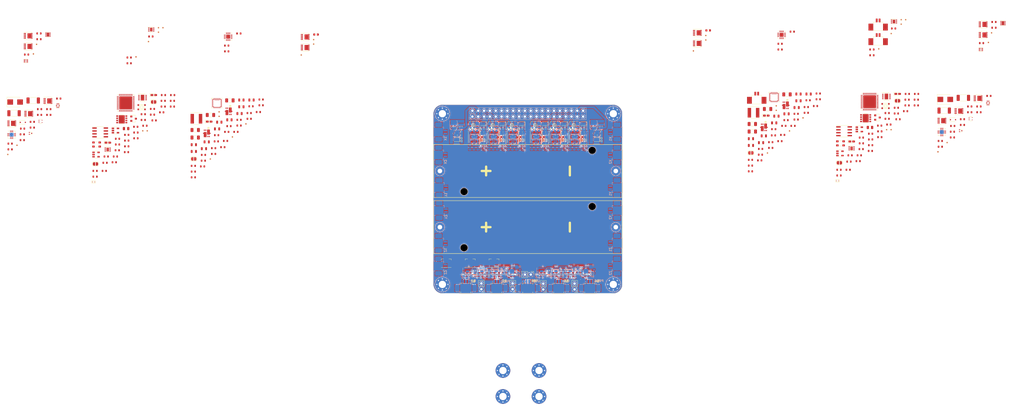
<source format=kicad_pcb>
(kicad_pcb (version 20210623) (generator pcbnew)

  (general
    (thickness 1)
  )

  (paper "A4")
  (title_block
    (title "BUTCube - EPS")
    (date "2021-08-20")
    (rev "v1.0")
    (company "VUT - FIT(STRaDe) & FME(IAE & IPE)")
    (comment 1 "Author: Petr Malaník")
  )

  (layers
    (0 "F.Cu" signal)
    (1 "In1.Cu" power)
    (2 "In2.Cu" mixed)
    (31 "B.Cu" signal)
    (32 "B.Adhes" user "B.Adhesive")
    (33 "F.Adhes" user "F.Adhesive")
    (34 "B.Paste" user)
    (35 "F.Paste" user)
    (36 "B.SilkS" user "B.Silkscreen")
    (37 "F.SilkS" user "F.Silkscreen")
    (38 "B.Mask" user)
    (39 "F.Mask" user)
    (40 "Dwgs.User" user "User.Drawings")
    (41 "Cmts.User" user "User.Comments")
    (42 "Eco1.User" user "User.Eco1")
    (43 "Eco2.User" user "User.Eco2")
    (44 "Edge.Cuts" user)
    (45 "Margin" user)
    (46 "B.CrtYd" user "B.Courtyard")
    (47 "F.CrtYd" user "F.Courtyard")
    (48 "B.Fab" user)
    (49 "F.Fab" user)
    (50 "User.1" user)
    (51 "User.2" user)
    (52 "User.3" user)
    (53 "User.4" user)
    (54 "User.5" user)
    (55 "User.6" user)
    (56 "User.7" user)
    (57 "User.8" user)
    (58 "User.9" user)
  )

  (setup
    (stackup
      (layer "F.SilkS" (type "Top Silk Screen"))
      (layer "F.Paste" (type "Top Solder Paste"))
      (layer "F.Mask" (type "Top Solder Mask") (color "Green") (thickness 0.01))
      (layer "F.Cu" (type "copper") (thickness 0.035))
      (layer "dielectric 1" (type "core") (thickness 0.28) (material "FR4") (epsilon_r 4.5) (loss_tangent 0.02))
      (layer "In1.Cu" (type "copper") (thickness 0.035))
      (layer "dielectric 2" (type "prepreg") (thickness 0.28) (material "FR4") (epsilon_r 4.5) (loss_tangent 0.02))
      (layer "In2.Cu" (type "copper") (thickness 0.035))
      (layer "dielectric 3" (type "core") (thickness 0.28) (material "FR4") (epsilon_r 4.5) (loss_tangent 0.02))
      (layer "B.Cu" (type "copper") (thickness 0.035))
      (layer "B.Mask" (type "Bottom Solder Mask") (color "Green") (thickness 0.01))
      (layer "B.Paste" (type "Bottom Solder Paste"))
      (layer "B.SilkS" (type "Bottom Silk Screen"))
      (copper_finish "Immersion gold")
      (dielectric_constraints no)
    )
    (pad_to_mask_clearance 0)
    (pcbplotparams
      (layerselection 0x00010fc_ffffffff)
      (disableapertmacros false)
      (usegerberextensions false)
      (usegerberattributes true)
      (usegerberadvancedattributes true)
      (creategerberjobfile true)
      (svguseinch false)
      (svgprecision 6)
      (excludeedgelayer true)
      (plotframeref false)
      (viasonmask false)
      (mode 1)
      (useauxorigin false)
      (hpglpennumber 1)
      (hpglpenspeed 20)
      (hpglpendiameter 15.000000)
      (dxfpolygonmode true)
      (dxfimperialunits true)
      (dxfusepcbnewfont true)
      (psnegative false)
      (psa4output false)
      (plotreference true)
      (plotvalue true)
      (plotinvisibletext false)
      (sketchpadsonfab false)
      (subtractmaskfromsilk false)
      (outputformat 1)
      (mirror false)
      (drillshape 1)
      (scaleselection 1)
      (outputdirectory "")
    )
  )

  (net 0 "")
  (net 1 "Net-(C1-Pad1)")
  (net 2 "VBUS")
  (net 3 "/Unit #1/MCU/MCU_POWER")
  (net 4 "/Unit #1/Battery charger/BAT")
  (net 5 "/Unit #1/Battery charger/SOLAR_IN")
  (net 6 "/USB power/USB_POWER")
  (net 7 "Net-(C6-Pad1)")
  (net 8 "Net-(C6-Pad2)")
  (net 9 "Net-(C7-Pad1)")
  (net 10 "GND")
  (net 11 "Net-(C7-Pad2)")
  (net 12 "Net-(C8-Pad1)")
  (net 13 "/Unit #1/Battery charger/PMID")
  (net 14 "/Unit #1/Battery charger/SYS")
  (net 15 "/Unit #1/Battery charger/REGN")
  (net 16 "/Unit #1/Activation control/PWR_OUT")
  (net 17 "Net-(C29-Pad1)")
  (net 18 "/Unit #1/MCU/OUT_CUR")
  (net 19 "Net-(C32-Pad1)")
  (net 20 "/Unit #1/MCU/VREF")
  (net 21 "Net-(C47-Pad1)")
  (net 22 "/Unit #2/MCU/MCU_POWER")
  (net 23 "/Unit #2/Battery charger/SOLAR_IN")
  (net 24 "Net-(C52-Pad1)")
  (net 25 "Net-(C52-Pad2)")
  (net 26 "Net-(C53-Pad1)")
  (net 27 "Net-(C53-Pad2)")
  (net 28 "Net-(C54-Pad1)")
  (net 29 "/Unit #2/Battery charger/PMID")
  (net 30 "/Unit #2/Battery charger/SYS")
  (net 31 "/Unit #2/Battery charger/REGN")
  (net 32 "/Unit #2/Activation control/PWR_OUT")
  (net 33 "Net-(C75-Pad1)")
  (net 34 "/Unit #2/MCU/OUT_CUR")
  (net 35 "Net-(C78-Pad1)")
  (net 36 "/Unit #2/MCU/VREF")
  (net 37 "Net-(C93-Pad1)")
  (net 38 "Net-(C94-Pad1)")
  (net 39 "/Unit #1/Output control/PWR_OUT")
  (net 40 "Net-(C96-Pad1)")
  (net 41 "Net-(C97-Pad1)")
  (net 42 "/Unit #2/Output control/PWR_OUT")
  (net 43 "Net-(C101-Pad1)")
  (net 44 "Net-(C102-Pad1)")
  (net 45 "Net-(C106-Pad1)")
  (net 46 "Net-(C107-Pad1)")
  (net 47 "Net-(C111-Pad1)")
  (net 48 "Net-(C112-Pad1)")
  (net 49 "Net-(C116-Pad1)")
  (net 50 "Net-(C117-Pad1)")
  (net 51 "Net-(C121-Pad1)")
  (net 52 "Net-(C122-Pad1)")
  (net 53 "/Unit #1/ADC/VBAT_CUR")
  (net 54 "/Unit #2/ADC/VBAT_CUR")
  (net 55 "Net-(C129-Pad1)")
  (net 56 "Net-(C130-Pad1)")
  (net 57 "Net-(C131-Pad1)")
  (net 58 "Net-(C132-Pad1)")
  (net 59 "Net-(C133-Pad1)")
  (net 60 "/Unit #2/Activation control/Activation logic/PWR_IN")
  (net 61 "Net-(C138-Pad1)")
  (net 62 "Net-(C139-Pad1)")
  (net 63 "Net-(C140-Pad1)")
  (net 64 "Net-(C141-Pad1)")
  (net 65 "Net-(C142-Pad1)")
  (net 66 "/Unit #1/Activation control/Activation logic/PWR_IN")
  (net 67 "Net-(D2-Pad2)")
  (net 68 "/Stack connector/CAN_L")
  (net 69 "/Stack connector/CAN_H")
  (net 70 "/Unit #1/ADC/1V8_CUR")
  (net 71 "/Unit #2/ADC/1V8_CUR")
  (net 72 "/Unit #1/ADC/3V3_CUR")
  (net 73 "/Unit #2/ADC/3V3_CUR")
  (net 74 "/Unit #1/ADC/5V_CUR")
  (net 75 "/Unit #2/ADC/5V_CUR")
  (net 76 "/Unit #1/Activation control/PWR_IN")
  (net 77 "/Unit #1/MCU/POWER")
  (net 78 "Net-(F3-Pad2)")
  (net 79 "/Unit #2/Activation control/PWR_IN")
  (net 80 "/Unit #2/MCU/POWER")
  (net 81 "Net-(F6-Pad2)")
  (net 82 "Net-(F7-Pad1)")
  (net 83 "/Unit #1/1V8")
  (net 84 "Net-(F8-Pad1)")
  (net 85 "/Unit #2/1V8")
  (net 86 "Net-(F9-Pad1)")
  (net 87 "/Unit #1/3V3")
  (net 88 "Net-(F10-Pad1)")
  (net 89 "/Unit #2/3V3")
  (net 90 "Net-(F11-Pad1)")
  (net 91 "/Unit #1/5V")
  (net 92 "Net-(F12-Pad1)")
  (net 93 "/Unit #2/5V")
  (net 94 "Net-(F13-Pad1)")
  (net 95 "/Unit #1/VBAT")
  (net 96 "Net-(F14-Pad1)")
  (net 97 "/Unit #2/VBAT")
  (net 98 "Net-(J7-Pad1)")
  (net 99 "/Unit #1/MCU/DBG_TX")
  (net 100 "/Unit #1/MCU/DBG_RX")
  (net 101 "/Unit #1/MCU/SWCLK")
  (net 102 "/Unit #1/MCU/SWDIO")
  (net 103 "/Unit #1/Battery temperature control/NTC_OUT")
  (net 104 "Net-(J11-Pad1)")
  (net 105 "/Stack connector/EPS#1_CHARGE")
  (net 106 "/Stack connector/RS_485_~{B}")
  (net 107 "/Stack connector/RS_485_A")
  (net 108 "/Stack connector/EPS#2_CHARGE")
  (net 109 "Net-(J19-Pad1)")
  (net 110 "/Unit #2/MCU/DBG_TX")
  (net 111 "/Unit #2/MCU/DBG_RX")
  (net 112 "/Unit #2/MCU/SWCLK")
  (net 113 "/Unit #2/MCU/SWDIO")
  (net 114 "/Unit #2/Battery temperature control/NTC_OUT")
  (net 115 "Net-(J23-Pad1)")
  (net 116 "/Activation switches/RBF_PIN")
  (net 117 "/Activation switches/SW_#1")
  (net 118 "/Activation switches/SW_#2")
  (net 119 "/Activation switches/SW_#3")
  (net 120 "/Activation switches/SW_#4")
  (net 121 "Net-(JP1-Pad2)")
  (net 122 "Net-(JP2-Pad1)")
  (net 123 "/Unit #1/MCU/NRST")
  (net 124 "Net-(JP3-Pad1)")
  (net 125 "Net-(JP3-Pad2)")
  (net 126 "Net-(JP4-Pad2)")
  (net 127 "Net-(JP5-Pad1)")
  (net 128 "/Unit #2/MCU/NRST")
  (net 129 "Net-(JP6-Pad1)")
  (net 130 "Net-(JP6-Pad2)")
  (net 131 "Net-(L3-Pad1)")
  (net 132 "Net-(L3-Pad2)")
  (net 133 "Net-(L4-Pad1)")
  (net 134 "Net-(L4-Pad2)")
  (net 135 "Net-(L5-Pad1)")
  (net 136 "Net-(L5-Pad2)")
  (net 137 "Net-(L6-Pad1)")
  (net 138 "Net-(L6-Pad2)")
  (net 139 "Net-(L7-Pad1)")
  (net 140 "Net-(L7-Pad2)")
  (net 141 "Net-(L8-Pad1)")
  (net 142 "Net-(L8-Pad2)")
  (net 143 "Net-(Q1-PadG1)")
  (net 144 "Net-(Q1-PadS1)")
  (net 145 "Net-(Q2-PadG1)")
  (net 146 "Net-(Q2-PadS1)")
  (net 147 "/Unit #1/Activation control/Activation logic/SEP_EN")
  (net 148 "Net-(Q3-Pad5)")
  (net 149 "/Unit #1/Activation control/Activation logic/RBF_EN")
  (net 150 "Net-(Q5-Pad1)")
  (net 151 "Net-(Q5-Pad3)")
  (net 152 "Net-(Q7-Pad1)")
  (net 153 "Net-(Q7-Pad4)")
  (net 154 "Net-(Q7-Pad5)")
  (net 155 "Net-(Q9-PadG1)")
  (net 156 "Net-(Q9-PadS1)")
  (net 157 "Net-(Q10-PadG1)")
  (net 158 "Net-(Q10-PadS1)")
  (net 159 "/Unit #2/Activation control/Activation logic/SEP_EN")
  (net 160 "Net-(Q11-Pad5)")
  (net 161 "/Unit #2/Activation control/Activation logic/RBF_EN")
  (net 162 "Net-(Q13-Pad1)")
  (net 163 "Net-(Q13-Pad3)")
  (net 164 "Net-(Q15-Pad1)")
  (net 165 "Net-(Q15-Pad4)")
  (net 166 "Net-(Q15-Pad5)")
  (net 167 "Net-(Q17-Pad4)")
  (net 168 "Net-(Q17-Pad5)")
  (net 169 "Net-(Q18-Pad1)")
  (net 170 "Net-(Q18-Pad4)")
  (net 171 "Net-(Q19-Pad4)")
  (net 172 "Net-(Q19-Pad5)")
  (net 173 "Net-(Q20-Pad1)")
  (net 174 "Net-(Q20-Pad4)")
  (net 175 "/Unit #1/Power supplies/Power_supply_1V8/PER_POWER")
  (net 176 "/Unit #1/MCU/1V8_EN")
  (net 177 "/Unit #2/Power supplies/Power_supply_1V8/PER_POWER")
  (net 178 "/Unit #2/MCU/1V8_EN")
  (net 179 "/Unit #1/MCU/3V3_EN")
  (net 180 "/Unit #2/MCU/3V3_EN")
  (net 181 "/Unit #1/Power supplies/Power_supply_5V/PER_POWER")
  (net 182 "/Unit #1/MCU/5V_EN")
  (net 183 "/Unit #2/Power supplies/Power_supply_5V/PER_POWER")
  (net 184 "/Unit #2/MCU/5V_EN")
  (net 185 "Net-(Q27-Pad1)")
  (net 186 "/Unit #1/MCU/VBAT_EN")
  (net 187 "Net-(Q28-Pad1)")
  (net 188 "/Unit #2/MCU/VBAT_EN")
  (net 189 "/Unit #1/Battery charger/D+")
  (net 190 "/Unit #1/Battery charger/D-")
  (net 191 "Net-(R5-Pad2)")
  (net 192 "Net-(R6-Pad2)")
  (net 193 "Net-(R7-Pad1)")
  (net 194 "Net-(R8-Pad2)")
  (net 195 "Net-(D1-Pad2)")
  (net 196 "Net-(R11-Pad1)")
  (net 197 "Net-(R16-Pad2)")
  (net 198 "Net-(R17-Pad2)")
  (net 199 "Net-(R18-Pad2)")
  (net 200 "Net-(R21-Pad2)")
  (net 201 "Net-(R22-Pad1)")
  (net 202 "Net-(R24-Pad2)")
  (net 203 "/Unit #1/MCU/VBAT")
  (net 204 "/Unit #1/MCU/VDDUSB")
  (net 205 "Net-(R30-Pad1)")
  (net 206 "/Unit #1/MCU/CAN_RS")
  (net 207 "/Unit #1/MCU/RS_485_R_EN")
  (net 208 "/Unit #1/MCU/RS_485_T_EN")
  (net 209 "/Unit #1/Battery temperature control/EN")
  (net 210 "/Unit #1/Battery temperature control/NTC_REF")
  (net 211 "/Unit #2/Battery charger/D+")
  (net 212 "/Unit #2/Battery charger/D-")
  (net 213 "Net-(R47-Pad2)")
  (net 214 "Net-(R57-Pad2)")
  (net 215 "/Unit #2/MCU/VBAT")
  (net 216 "/Unit #2/MCU/VDDUSB")
  (net 217 "/Unit #2/MCU/CAN_RS")
  (net 218 "/Unit #2/MCU/RS_485_R_EN")
  (net 219 "/Unit #2/MCU/RS_485_T_EN")
  (net 220 "/Unit #2/Battery temperature control/EN")
  (net 221 "/Unit #2/Battery temperature control/NTC_REF")
  (net 222 "Net-(R82-Pad1)")
  (net 223 "Net-(R91-Pad2)")
  (net 224 "Net-(R98-Pad2)")
  (net 225 "Net-(R105-Pad2)")
  (net 226 "Net-(R112-Pad2)")
  (net 227 "Net-(R119-Pad2)")
  (net 228 "/Unit #1/Battery temperature control/~{FAULT}")
  (net 229 "/Unit #2/Battery temperature control/~{FAULT}")
  (net 230 "Net-(TP61-Pad1)")
  (net 231 "Net-(TP62-Pad1)")
  (net 232 "Net-(TP63-Pad1)")
  (net 233 "Net-(TP64-Pad1)")
  (net 234 "Net-(TP67-Pad1)")
  (net 235 "Net-(TP69-Pad1)")
  (net 236 "Net-(TP70-Pad1)")
  (net 237 "Net-(TP71-Pad1)")
  (net 238 "Net-(TP72-Pad1)")
  (net 239 "Net-(TP75-Pad1)")
  (net 240 "/Unit #1/ADC/~{CS}")
  (net 241 "/Unit #1/MCU/SPI_MISO")
  (net 242 "/Unit #1/MCU/SPI_SCK")
  (net 243 "/Unit #1/MCU/SPI_MOSI")
  (net 244 "Net-(D1-Pad1)")
  (net 245 "/Unit #1/Battery charger/SCL")
  (net 246 "/Unit #1/Battery charger/SDA")
  (net 247 "/Unit #1/Battery charger/~{INT}")
  (net 248 "/Unit #1/MCU/WDG_RESET")
  (net 249 "/Unit #1/MCU/FRAM_CS")
  (net 250 "/Unit #1/MCU/LSE")
  (net 251 "/Unit #1/MCU/HSE")
  (net 252 "/Unit #1/Battery charger/BAT_ALERT")
  (net 253 "/Unit #1/MCU/RS_485_R")
  (net 254 "/Unit #1/MCU/RS_485_T")
  (net 255 "/Unit #1/MCU/CAN_RX")
  (net 256 "/Unit #1/MCU/CAN_TX")
  (net 257 "/Unit #2/ADC/~{CS}")
  (net 258 "/Unit #2/MCU/SPI_MISO")
  (net 259 "/Unit #2/MCU/SPI_SCK")
  (net 260 "/Unit #2/MCU/SPI_MOSI")
  (net 261 "Net-(D5-Pad1)")
  (net 262 "/Unit #2/Battery charger/SCL")
  (net 263 "/Unit #2/Battery charger/SDA")
  (net 264 "/Unit #2/Battery charger/~{INT}")
  (net 265 "/Unit #2/MCU/WDG_RESET")
  (net 266 "/Unit #2/MCU/FRAM_CS")
  (net 267 "/Unit #2/MCU/LSE")
  (net 268 "/Unit #2/MCU/HSE")
  (net 269 "/Unit #2/Battery charger/BAT_ALERT")
  (net 270 "/Unit #2/MCU/RS_485_R")
  (net 271 "/Unit #2/MCU/RS_485_T")
  (net 272 "/Unit #2/MCU/CAN_RX")
  (net 273 "/Unit #2/MCU/CAN_TX")
  (net 274 "Net-(U52-Pad6)")
  (net 275 "Net-(U53-Pad8)")
  (net 276 "Net-(U54-Pad12)")
  (net 277 "Net-(U48-Pad6)")
  (net 278 "Net-(U48-Pad8)")
  (net 279 "Net-(U48-Pad12)")
  (net 280 "Net-(U49-Pad10)")
  (net 281 "Net-(U49-Pad8)")
  (net 282 "Net-(U49-Pad12)")
  (net 283 "Net-(U50-Pad12)")
  (net 284 "Net-(U52-Pad8)")
  (net 285 "Net-(U52-Pad12)")
  (net 286 "Net-(U53-Pad10)")
  (net 287 "Net-(U53-Pad12)")
  (net 288 "Net-(D4-Pad1)")
  (net 289 "Net-(D7-Pad1)")
  (net 290 "Net-(D7-Pad2)")
  (net 291 "Net-(D8-Pad2)")
  (net 292 "Net-(D10-Pad1)")
  (net 293 "Net-(D11-Pad1)")
  (net 294 "/Unit #1/MCU/LED1")
  (net 295 "/Unit #1/MCU/LED2")
  (net 296 "Net-(R41-Pad1)")
  (net 297 "Net-(R46-Pad2)")
  (net 298 "Net-(R48-Pad1)")
  (net 299 "Net-(R49-Pad2)")
  (net 300 "Net-(R52-Pad1)")
  (net 301 "Net-(R58-Pad2)")
  (net 302 "Net-(R59-Pad2)")
  (net 303 "Net-(R62-Pad2)")
  (net 304 "Net-(R63-Pad1)")
  (net 305 "Net-(R65-Pad2)")
  (net 306 "Net-(R71-Pad1)")
  (net 307 "/Unit #2/MCU/LED1")
  (net 308 "/Unit #2/MCU/LED2")
  (net 309 "Net-(R84-Pad1)")
  (net 310 "Net-(R86-Pad1)")
  (net 311 "Net-(R88-Pad2)")
  (net 312 "Net-(R89-Pad1)")
  (net 313 "Net-(R95-Pad2)")
  (net 314 "Net-(R96-Pad1)")
  (net 315 "Net-(R102-Pad2)")
  (net 316 "Net-(R103-Pad1)")
  (net 317 "Net-(R109-Pad2)")
  (net 318 "Net-(R110-Pad1)")
  (net 319 "Net-(R116-Pad2)")
  (net 320 "Net-(R117-Pad1)")
  (net 321 "Net-(R123-Pad2)")
  (net 322 "Net-(R124-Pad1)")
  (net 323 "Net-(R126-Pad2)")
  (net 324 "Net-(R132-Pad2)")
  (net 325 "Net-(R137-Pad2)")
  (net 326 "/Unit #2/Battery charger/BAT")
  (net 327 "/Unit #1/Battery charger/BAT+")
  (net 328 "/Unit #2/Battery charger/BAT+")

  (footprint "LED_SMD:LED_0603_1608Metric_Castellated" (layer "F.Cu") (at -36.765 39.865))

  (footprint "TCY_passives:C_0603_1608Metric" (layer "F.Cu") (at -6.69 62.6))

  (footprint "Package_SO:Vishay_PowerPAK_1212-8_Single" (layer "F.Cu") (at -82.91 42.45))

  (footprint "TCY_passives:C_0603_1608Metric" (layer "F.Cu") (at 252.82 41.71))

  (footprint "TCY_passives:R_0603_1608Metric" (layer "F.Cu") (at 227.69 63.37))

  (footprint "Package_SO:SOIC-8_3.9x4.9mm_P1.27mm" (layer "F.Cu") (at -60.125 56.165))

  (footprint "TCY_passives:R_0603_1608Metric" (layer "F.Cu") (at -78.2 41.4))

  (footprint "TCY_passives:R_0603_1608Metric" (layer "F.Cu") (at 322.84 44.855))

  (footprint "TCY_passives:C_0603_1608Metric" (layer "F.Cu") (at -37.335 48.425))

  (footprint "Diode_SMD:D_SOD-323F" (layer "F.Cu") (at 95.1 59.325 180))

  (footprint "TCY_passives:C_0603_1608Metric" (layer "F.Cu") (at 261.855 74.97))

  (footprint "TCY_connectors:TestPoint_Pad_D0.5mm" (layer "F.Cu") (at 308.99 60.605))

  (footprint "TCY_IC:VQFN-HR_29(34)_4x4mm_P0.4mm" (layer "F.Cu") (at 233.555 40.775))

  (footprint "LED_SMD:LED_0603_1608Metric_Castellated" (layer "F.Cu") (at -56.785 60.635))

  (footprint "TCY_passives:R_0603_1608Metric" (layer "F.Cu") (at 93.1 53.725 90))

  (footprint "Package_TO_SOT_SMD:SOT-23-5" (layer "F.Cu") (at 262.275 65.33))

  (footprint "TCY_passives:R_0603_1608Metric" (layer "F.Cu") (at 276.2 19.99))

  (footprint "TCY_passives:R_0603_1608Metric" (layer "F.Cu") (at 311.3 58.375))

  (footprint "MountingHole:MountingHole_3.2mm_M3_Pad_Via" (layer "F.Cu") (at 89 122.5))

  (footprint "TCY_passives:R_0603_1608Metric" (layer "F.Cu") (at 107.05 58.2))

  (footprint "TCY_passives:C_0603_1608Metric" (layer "F.Cu") (at -15.51 71.01))

  (footprint "TCY_passives:R_0603_1608Metric" (layer "F.Cu") (at -93.96 54.51))

  (footprint "TCY_connectors:TestPoint_Pad_D0.5mm" (layer "F.Cu") (at 158.4 59.9))

  (footprint "TCY_connectors:Amphenol_10114830-11102LF_1x02_P1.25mm_Horizontal" (layer "F.Cu") (at 99.25 122))

  (footprint "TCY_passives:C_0603_1608Metric" (layer "F.Cu") (at -36.615 50.935))

  (footprint "Package_SO:Vishay_PowerPAK_1212-8_Single" (layer "F.Cu") (at 314.12 46.845))

  (footprint "TCY_passives:R_0603_1608Metric" (layer "F.Cu") (at 113.7 118.2 -90))

  (footprint "TCY_passives:C_0603_1608Metric" (layer "F.Cu") (at 306.01 62.415))

  (footprint "TCY_passives:R_0603_1608Metric" (layer "F.Cu") (at 276.2 22.5))

  (footprint "TCY_passives:R_0603_1608Metric" (layer "F.Cu") (at 151.187255 118.138244 -90))

  (footprint "TCY_passives:R_0603_1608Metric" (layer "F.Cu") (at 266.705 66.18))

  (footprint "TCY_passives:R_0603_1608Metric" (layer "F.Cu") (at -57.995 69.415))

  (footprint "TCY_connectors:TestPoint_Pad_D0.5mm" (layer "F.Cu") (at -44.52 23.21))

  (footprint "TCY_connectors:TestPoint_Pad_D0.5mm" (layer "F.Cu") (at -12.13 67.78))

  (footprint "TCY_passives:R_0603_1608Metric" (layer "F.Cu") (at -48.565 57.235))

  (footprint "TCY_passives:R_0603_1608Metric" (layer "F.Cu") (at 295.555 41.88))

  (footprint "TCY_passives:R_0603_1608Metric" (layer "F.Cu") (at 223.28 70.65))

  (footprint "Connector_PinHeader_2.54mm:PinHeader_1x02_P2.54mm_Vertical" (layer "F.Cu") (at 146.6 124.675 180))

  (footprint "TCY_passives:C_0603_1608Metric" (layer "F.Cu") (at 287.585 50.43))

  (footprint "TCY_passives:R_0603_1608Metric" (layer "F.Cu") (at 248.41 42.15))

  (footprint "TCY_passives:R_0603_1608Metric" (layer "F.Cu") (at -38.05 14.32))

  (footprint "TCY_passives:R_0603_1608Metric" (layer "F.Cu") (at -86.81 12.98))

  (footprint "TCY_passives:R_0603_1608Metric" (layer "F.Cu") (at 290.875 46.9))

  (footprint "TCY_passives:R_0603_1608Metric" (layer "F.Cu") (at 115.45 55.4))

  (footprint "TCY_passives:R_0603_1608Metric" (layer "F.Cu") (at 150.8 54 180))

  (footprint "TCY_connectors:TestPoint_Pad_D0.5mm" (layer "F.Cu") (at -39.08 16.55))

  (footprint "TCY_connectors:TestPoint_Pad_D0.5mm" (layer "F.Cu") (at -8.29 47.2))

  (footprint "TCY_passives:C_0805_2012Metric" (layer "F.Cu") (at 233.61 52.02))

  (footprint "TCY_passives:R_0603_1608Metric" (layer "F.Cu") (at -10.7 63.04))

  (footprint "TCY_passives:R_0603_1608Metric" (layer "F.Cu") (at 237.31 57.26))

  (footprint "TCY_passives:R_0603_1608Metric" (layer "F.Cu") (at 131.987255 118.138244 90))

  (footprint "TCY_passives:C_0603_1608Metric" (layer "F.Cu") (at 282.855 50.23))

  (footprint "TCY_passives:R_0603_1608Metric" (layer "F.Cu") (at 271.625 60.94))

  (footprint "TCY_connectors:TestPoint_Pad_D0.5mm" (layer "F.Cu") (at -39.625 55.475))

  (footprint "TCY_passives:C_0603_1608Metric" (layer "F.Cu") (at -48.665 64.765))

  (footprint "TCY_passives:R_0603_1608Metric" (layer "F.Cu") (at -44.555 56.225))

  (footprint "Package_DFN_QFN:DFN-10-1EP_3x3mm_P0.5mm_EP1.55x2.48mm" (layer "F.Cu") (at -41.685 40.995))

  (footprint "TCY_passives:C_0603_1608Metric" (layer "F.Cu") (at 223.28 73.16))

  (footprint "TCY_connectors:TestPoint_Pad_D0.5mm" (layer "F.Cu") (at 290.92 6.99))

  (footprint "Package_SO:Vishay_PowerPAK_1212-8_Single" (layer "F.Cu")
    (tedit 5BD96A8E) (tstamp 2bcd73cd-2660-4d8f-ad9c-4d025257526c)
    (at 200.13 17.32)
    (descr "PowerPAK 1212-8 Single (https://www.vishay.com/docs/71656/ppak12128.pdf, https://www.vishay.com/docs/72597/72597.pdf)")
    (tags "Vishay PowerPAK 1212-8 Single")
    (property "Sheetfile" "Activation_control.kicad_sch")
    (property "Sheetname" "Activation control")
    (path "/4b3a0e0d-cdd4-41ca-aa78-0f9d521766f0/855c8417-ab94-4328-91c9-4e7cdd76a6fe/a13321a5-f2ea-4169-a91c-d7874035a4ea")
    (attr smd)
    (fp_text reference "Q11" (at 0 -2.7) (layer "F.SilkS") hide
      (effects (font (size 1 1) (thickness 0.15)))
      (tstamp 4b887c2a-9098-489a-8ec1-cc055abb2d07)
    )
    (fp_text value "SiS413DN" (at 0 2.7) (layer "F.Fab")
      (effects (font (size 1 1) (thickness 0.15)))
      (tstamp 74a5f4f7-d99a-4e11-a27a-e1aa84c3dcd1)
    )
    (fp_text user "${REFERENCE}" (at 0 0) (layer "F.Fab") hide
      (effects (font (size 0.7 0.7) (thickness 0.105)))
      (tstamp 023ec8b1-4990-491e-8231-4d9c030ed34d)
    )
    (fp_line (start 1.635 1.3) (end 1.635 1.635) (layer "F.SilkS") (width 0.12) (tstamp 6fe899d8-92e6-46b8-901a-06fbe45421d8))
    (fp_line (start -1.635 1.635) (end 1.635 1.635) (layer "F.SilkS") (width 0.12) (tstamp d0b63b18-0f2f-42d7-a22e-583fb41bc893))
    (fp_line (start -1.87 -1.635) (end 1.635 -1.635) (layer "F.SilkS") (width 0.12) (tstamp d93f3b26-f1e8-4c18-9c3e-40dc36c507e5))
    (fp_line (start -1.635 1.3) (end -1.635 1.635) (layer "F.SilkS") (width 0.12) (tstamp db42b93e-6dc3-48e9-8cd8-7f4198e67bd1))
    (fp_line (start 1.635 -1.635) (end 1.635 -1.3) (layer "F.SilkS") (width 0.12) (tstamp e4afd725-11d6-4751-8f87-7a3d980c6657))
    (fp_line (start -2.18 1.78) (end 2.18 1.78) (layer "F.CrtYd") (width 0.05) (tstamp 0f5d2f64-7bad-42e3-bdcd-400a1416eb2b))
    (fp_line (start -2.18 -1.78) (end -2.18 1.78) (layer "F.CrtYd") (width 0.05) (tstamp 9c696579-fe28-44b7-9a5e-3af81019fcf5))
    (fp_line (start -2.18 -1.78) (end 2.18 -1.78) (layer "F.CrtYd") (width 0.05) (tstamp e48caf98-d3f2-468a-be43-a3939b8eacf2))
    (fp_line (start 2.18 -1.78) (end 2.18 1.78) (layer "F.CrtYd") (width 0.05) (tstamp ff59e95c-ef91-481d-ad3b-06b21a5378ea))
    (fp_line (start -1.525 -0.8) (end -1.525 1.525) (layer "F.Fab") (width 0.1) (tstamp 0e1ef118-009d-4053-a767-377091da1a8e))
    (fp_line (start 1.525 -1.525) (end 1.525 1.525) (layer "F.Fab") (width 0.1) (tstamp 16e
... [4584942 chars truncated]
</source>
